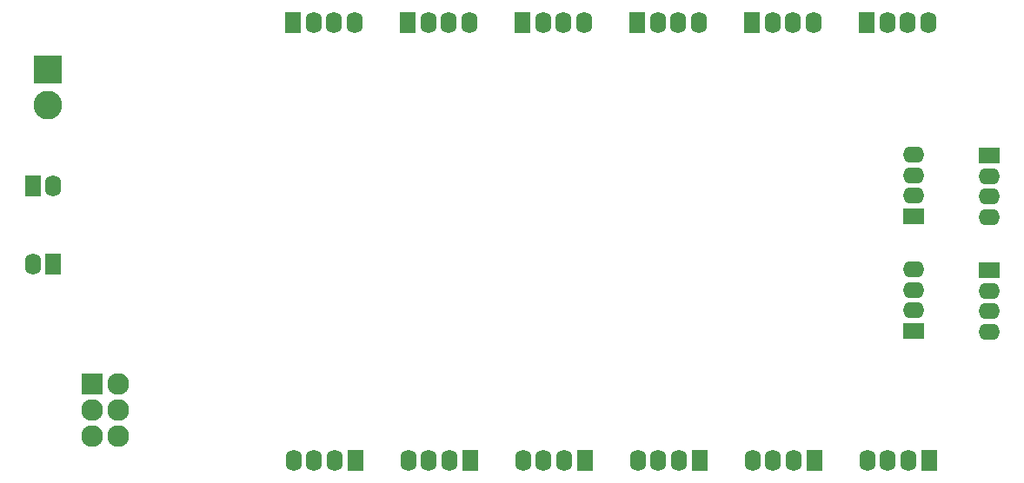
<source format=gbr>
G04 #@! TF.FileFunction,Soldermask,Bot*
%FSLAX46Y46*%
G04 Gerber Fmt 4.6, Leading zero omitted, Abs format (unit mm)*
G04 Created by KiCad (PCBNEW 4.0.6) date Sun Jul 30 23:47:14 2017*
%MOMM*%
%LPD*%
G01*
G04 APERTURE LIST*
%ADD10C,0.100000*%
%ADD11R,1.600000X2.100000*%
%ADD12O,1.600000X2.100000*%
%ADD13R,2.100000X1.600000*%
%ADD14O,2.100000X1.600000*%
%ADD15C,2.800000*%
%ADD16R,2.800000X2.800000*%
%ADD17R,2.127200X2.127200*%
%ADD18O,2.127200X2.127200*%
G04 APERTURE END LIST*
D10*
D11*
X75189000Y-77300000D03*
D12*
X73189000Y-77300000D03*
D11*
X73189000Y-69680000D03*
D12*
X75189000Y-69680000D03*
D11*
X154437000Y-53728800D03*
D12*
X156437000Y-53728800D03*
X158437000Y-53728800D03*
X160437000Y-53728800D03*
D13*
X159009000Y-83808000D03*
D14*
X159009000Y-81808000D03*
X159009000Y-79808000D03*
X159009000Y-77808000D03*
D13*
X166375000Y-66696000D03*
D14*
X166375000Y-68696000D03*
X166375000Y-70696000D03*
X166375000Y-72696000D03*
D11*
X104599411Y-96451671D03*
D12*
X102599411Y-96451671D03*
X100599411Y-96451671D03*
X98599411Y-96451671D03*
D11*
X143261000Y-53728800D03*
D12*
X145261000Y-53728800D03*
X147261000Y-53728800D03*
X149261000Y-53728800D03*
D13*
X166375000Y-77872000D03*
D14*
X166375000Y-79872000D03*
X166375000Y-81872000D03*
X166375000Y-83872000D03*
D11*
X132085000Y-53728800D03*
D12*
X134085000Y-53728800D03*
X136085000Y-53728800D03*
X138085000Y-53728800D03*
D11*
X149303411Y-96451671D03*
D12*
X147303411Y-96451671D03*
X145303411Y-96451671D03*
X143303411Y-96451671D03*
D11*
X138127411Y-96451671D03*
D12*
X136127411Y-96451671D03*
X134127411Y-96451671D03*
X132127411Y-96451671D03*
D11*
X115775411Y-96451671D03*
D12*
X113775411Y-96451671D03*
X111775411Y-96451671D03*
X109775411Y-96451671D03*
D15*
X74681000Y-61806000D03*
D16*
X74681000Y-58306000D03*
D11*
X98557000Y-53728800D03*
D12*
X100557000Y-53728800D03*
X102557000Y-53728800D03*
X104557000Y-53728800D03*
D11*
X109733000Y-53728800D03*
D12*
X111733000Y-53728800D03*
X113733000Y-53728800D03*
X115733000Y-53728800D03*
D11*
X120909000Y-53728800D03*
D12*
X122909000Y-53728800D03*
X124909000Y-53728800D03*
X126909000Y-53728800D03*
D13*
X159009000Y-72632000D03*
D14*
X159009000Y-70632000D03*
X159009000Y-68632000D03*
X159009000Y-66632000D03*
D11*
X160479411Y-96451671D03*
D12*
X158479411Y-96451671D03*
X156479411Y-96451671D03*
X154479411Y-96451671D03*
D11*
X126951411Y-96451671D03*
D12*
X124951411Y-96451671D03*
X122951411Y-96451671D03*
X120951411Y-96451671D03*
D17*
X78999000Y-88984000D03*
D18*
X81539000Y-88984000D03*
X78999000Y-91524000D03*
X81539000Y-91524000D03*
X78999000Y-94064000D03*
X81539000Y-94064000D03*
M02*

</source>
